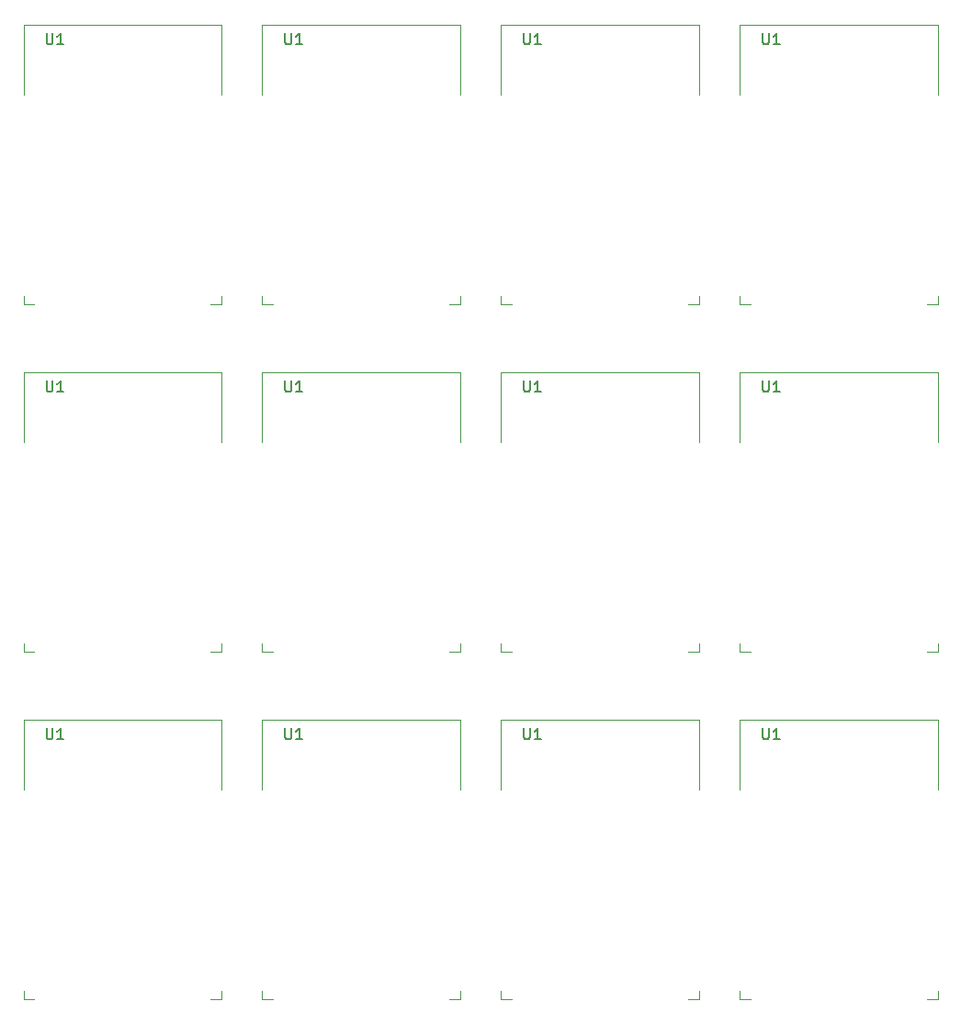
<source format=gto>
%MOIN*%
%OFA0B0*%
%FSLAX46Y46*%
%IPPOS*%
%LPD*%
%ADD10C,0.0047244094488188976*%
%ADD11C,0.005905511811023622*%
%ADD22C,0.0047244094488188976*%
%ADD23C,0.005905511811023622*%
%ADD24C,0.0047244094488188976*%
%ADD25C,0.005905511811023622*%
%ADD26C,0.0047244094488188976*%
%ADD27C,0.005905511811023622*%
%ADD28C,0.0047244094488188976*%
%ADD29C,0.005905511811023622*%
%ADD30C,0.0047244094488188976*%
%ADD31C,0.005905511811023622*%
%ADD32C,0.0047244094488188976*%
%ADD33C,0.005905511811023622*%
%ADD34C,0.0047244094488188976*%
%ADD35C,0.005905511811023622*%
%ADD36C,0.0047244094488188976*%
%ADD37C,0.005905511811023622*%
%ADD38C,0.0047244094488188976*%
%ADD39C,0.005905511811023622*%
%ADD40C,0.0047244094488188976*%
%ADD41C,0.005905511811023622*%
%ADD42C,0.0047244094488188976*%
%ADD43C,0.005905511811023622*%
G01*
D10*
X0000034645Y0000153543D02*
X0000034645Y0000122834D01*
X0000034645Y0000122834D02*
X0000074015Y0000122834D01*
X0000752755Y0000153543D02*
X0000752755Y0000122834D01*
X0000752755Y0000122834D02*
X0000713385Y0000122834D01*
X0000034645Y0001136417D02*
X0000752755Y0001136417D01*
X0000752755Y0001136417D02*
X0000752755Y0000883661D01*
X0000034645Y0001136417D02*
X0000034645Y0000883661D01*
D11*
X0000117641Y0001104236D02*
X0000117641Y0001072365D01*
X0000119516Y0001068616D01*
X0000121391Y0001066741D01*
X0000125140Y0001064866D01*
X0000132639Y0001064866D01*
X0000136389Y0001066741D01*
X0000138263Y0001068616D01*
X0000140138Y0001072365D01*
X0000140138Y0001104236D01*
X0000179508Y0001064866D02*
X0000157011Y0001064866D01*
X0000168260Y0001064866D02*
X0000168260Y0001104236D01*
X0000164510Y0001098612D01*
X0000160761Y0001094863D01*
X0000157011Y0001092988D01*
G04 next file*
G04 #@! TF.GenerationSoftware,KiCad,Pcbnew,(5.1.10)-1*
G04 #@! TF.CreationDate,2021-06-29T15:19:49+09:00*
G04 #@! TF.ProjectId,BLE_PPG_v1.1,424c455f-5050-4475-9f76-312e312e6b69,rev?*
G04 #@! TF.SameCoordinates,Original*
G04 #@! TF.FileFunction,Legend,Top*
G04 #@! TF.FilePolarity,Positive*
G04 Gerber Fmt 4.6, Leading zero omitted, Abs format (unit mm)*
G04 Created by KiCad (PCBNEW (5.1.10)-1) date 2021-06-29 15:19:49*
G01*
G04 APERTURE LIST*
G04 APERTURE END LIST*
D22*
X0001766929Y0001413385D02*
X0001766929Y0001382677D01*
X0001766929Y0001382677D02*
X0001806299Y0001382677D01*
X0002485039Y0001413385D02*
X0002485039Y0001382677D01*
X0002485039Y0001382677D02*
X0002445669Y0001382677D01*
X0001766929Y0002396259D02*
X0002485039Y0002396259D01*
X0002485039Y0002396259D02*
X0002485039Y0002143503D01*
X0001766929Y0002396259D02*
X0001766929Y0002143503D01*
D23*
X0001849925Y0002364079D02*
X0001849925Y0002332208D01*
X0001851799Y0002328458D01*
X0001853674Y0002326584D01*
X0001857424Y0002324709D01*
X0001864923Y0002324709D01*
X0001868672Y0002326584D01*
X0001870547Y0002328458D01*
X0001872422Y0002332208D01*
X0001872422Y0002364079D01*
X0001911792Y0002324709D02*
X0001889295Y0002324709D01*
X0001900543Y0002324709D02*
X0001900543Y0002364079D01*
X0001896794Y0002358455D01*
X0001893044Y0002354705D01*
X0001889295Y0002352830D01*
G04 next file*
G04 #@! TF.GenerationSoftware,KiCad,Pcbnew,(5.1.10)-1*
G04 #@! TF.CreationDate,2021-06-29T14:50:17+09:00*
G04 #@! TF.ProjectId,ble_spo2_dgmif,626c655f-7370-46f3-925f-64676d69662e,rev?*
G04 #@! TF.SameCoordinates,Original*
G04 #@! TF.FileFunction,Legend,Top*
G04 #@! TF.FilePolarity,Positive*
G04 Gerber Fmt 4.6, Leading zero omitted, Abs format (unit mm)*
G04 Created by KiCad (PCBNEW (5.1.10)-1) date 2021-06-29 14:50:17*
G01*
G04 APERTURE LIST*
G04 APERTURE END LIST*
D24*
X0000034645Y0001413385D02*
X0000034645Y0001382677D01*
X0000034645Y0001382677D02*
X0000074015Y0001382677D01*
X0000752755Y0001413385D02*
X0000752755Y0001382677D01*
X0000752755Y0001382677D02*
X0000713385Y0001382677D01*
X0000034645Y0002396259D02*
X0000752755Y0002396259D01*
X0000752755Y0002396259D02*
X0000752755Y0002143503D01*
X0000034645Y0002396259D02*
X0000034645Y0002143503D01*
D25*
X0000117641Y0002364079D02*
X0000117641Y0002332208D01*
X0000119516Y0002328458D01*
X0000121391Y0002326584D01*
X0000125140Y0002324709D01*
X0000132639Y0002324709D01*
X0000136389Y0002326584D01*
X0000138263Y0002328458D01*
X0000140138Y0002332208D01*
X0000140138Y0002364079D01*
X0000179508Y0002324709D02*
X0000157011Y0002324709D01*
X0000168260Y0002324709D02*
X0000168260Y0002364079D01*
X0000164510Y0002358455D01*
X0000160761Y0002354705D01*
X0000157011Y0002352830D01*
G04 next file*
G04 #@! TF.GenerationSoftware,KiCad,Pcbnew,(5.1.10)-1*
G04 #@! TF.CreationDate,2021-06-29T14:50:17+09:00*
G04 #@! TF.ProjectId,ble_spo2_dgmif,626c655f-7370-46f3-925f-64676d69662e,rev?*
G04 #@! TF.SameCoordinates,Original*
G04 #@! TF.FileFunction,Legend,Top*
G04 #@! TF.FilePolarity,Positive*
G04 Gerber Fmt 4.6, Leading zero omitted, Abs format (unit mm)*
G04 Created by KiCad (PCBNEW (5.1.10)-1) date 2021-06-29 14:50:17*
G01*
G04 APERTURE LIST*
G04 APERTURE END LIST*
D26*
X0000900787Y0000153543D02*
X0000900787Y0000122834D01*
X0000900787Y0000122834D02*
X0000940157Y0000122834D01*
X0001618897Y0000153543D02*
X0001618897Y0000122834D01*
X0001618897Y0000122834D02*
X0001579527Y0000122834D01*
X0000900787Y0001136417D02*
X0001618897Y0001136417D01*
X0001618897Y0001136417D02*
X0001618897Y0000883661D01*
X0000900787Y0001136417D02*
X0000900787Y0000883661D01*
D27*
X0000983783Y0001104236D02*
X0000983783Y0001072365D01*
X0000985658Y0001068616D01*
X0000987532Y0001066741D01*
X0000991282Y0001064866D01*
X0000998781Y0001064866D01*
X0001002530Y0001066741D01*
X0001004405Y0001068616D01*
X0001006280Y0001072365D01*
X0001006280Y0001104236D01*
X0001045650Y0001064866D02*
X0001023153Y0001064866D01*
X0001034401Y0001064866D02*
X0001034401Y0001104236D01*
X0001030652Y0001098612D01*
X0001026902Y0001094863D01*
X0001023153Y0001092988D01*
G04 next file*
G04 #@! TF.GenerationSoftware,KiCad,Pcbnew,(5.1.10)-1*
G04 #@! TF.CreationDate,2021-06-29T15:19:49+09:00*
G04 #@! TF.ProjectId,BLE_PPG_v1.1,424c455f-5050-4475-9f76-312e312e6b69,rev?*
G04 #@! TF.SameCoordinates,Original*
G04 #@! TF.FileFunction,Legend,Top*
G04 #@! TF.FilePolarity,Positive*
G04 Gerber Fmt 4.6, Leading zero omitted, Abs format (unit mm)*
G04 Created by KiCad (PCBNEW (5.1.10)-1) date 2021-06-29 15:19:49*
G01*
G04 APERTURE LIST*
G04 APERTURE END LIST*
D28*
X0001766929Y0000153543D02*
X0001766929Y0000122834D01*
X0001766929Y0000122834D02*
X0001806299Y0000122834D01*
X0002485039Y0000153543D02*
X0002485039Y0000122834D01*
X0002485039Y0000122834D02*
X0002445669Y0000122834D01*
X0001766929Y0001136417D02*
X0002485039Y0001136417D01*
X0002485039Y0001136417D02*
X0002485039Y0000883661D01*
X0001766929Y0001136417D02*
X0001766929Y0000883661D01*
D29*
X0001849925Y0001104236D02*
X0001849925Y0001072365D01*
X0001851799Y0001068616D01*
X0001853674Y0001066741D01*
X0001857424Y0001064866D01*
X0001864923Y0001064866D01*
X0001868672Y0001066741D01*
X0001870547Y0001068616D01*
X0001872422Y0001072365D01*
X0001872422Y0001104236D01*
X0001911792Y0001064866D02*
X0001889295Y0001064866D01*
X0001900543Y0001064866D02*
X0001900543Y0001104236D01*
X0001896794Y0001098612D01*
X0001893044Y0001094863D01*
X0001889295Y0001092988D01*
G04 next file*
G04 #@! TF.GenerationSoftware,KiCad,Pcbnew,(5.1.10)-1*
G04 #@! TF.CreationDate,2021-06-29T15:19:49+09:00*
G04 #@! TF.ProjectId,BLE_PPG_v1.1,424c455f-5050-4475-9f76-312e312e6b69,rev?*
G04 #@! TF.SameCoordinates,Original*
G04 #@! TF.FileFunction,Legend,Top*
G04 #@! TF.FilePolarity,Positive*
G04 Gerber Fmt 4.6, Leading zero omitted, Abs format (unit mm)*
G04 Created by KiCad (PCBNEW (5.1.10)-1) date 2021-06-29 15:19:49*
G01*
G04 APERTURE LIST*
G04 APERTURE END LIST*
D30*
X0002633070Y0000153543D02*
X0002633070Y0000122834D01*
X0002633070Y0000122834D02*
X0002672440Y0000122834D01*
X0003351181Y0000153543D02*
X0003351181Y0000122834D01*
X0003351181Y0000122834D02*
X0003311811Y0000122834D01*
X0002633070Y0001136417D02*
X0003351181Y0001136417D01*
X0003351181Y0001136417D02*
X0003351181Y0000883661D01*
X0002633070Y0001136417D02*
X0002633070Y0000883661D01*
D31*
X0002716066Y0001104236D02*
X0002716066Y0001072365D01*
X0002717941Y0001068616D01*
X0002719816Y0001066741D01*
X0002723565Y0001064866D01*
X0002731064Y0001064866D01*
X0002734814Y0001066741D01*
X0002736689Y0001068616D01*
X0002738563Y0001072365D01*
X0002738563Y0001104236D01*
X0002777933Y0001064866D02*
X0002755436Y0001064866D01*
X0002766685Y0001064866D02*
X0002766685Y0001104236D01*
X0002762935Y0001098612D01*
X0002759186Y0001094863D01*
X0002755436Y0001092988D01*
G04 next file*
G04 #@! TF.GenerationSoftware,KiCad,Pcbnew,(5.1.10)-1*
G04 #@! TF.CreationDate,2021-06-29T14:50:17+09:00*
G04 #@! TF.ProjectId,ble_spo2_dgmif,626c655f-7370-46f3-925f-64676d69662e,rev?*
G04 #@! TF.SameCoordinates,Original*
G04 #@! TF.FileFunction,Legend,Top*
G04 #@! TF.FilePolarity,Positive*
G04 Gerber Fmt 4.6, Leading zero omitted, Abs format (unit mm)*
G04 Created by KiCad (PCBNEW (5.1.10)-1) date 2021-06-29 14:50:17*
G01*
G04 APERTURE LIST*
G04 APERTURE END LIST*
D32*
X0000900787Y0001413385D02*
X0000900787Y0001382677D01*
X0000900787Y0001382677D02*
X0000940157Y0001382677D01*
X0001618897Y0001413385D02*
X0001618897Y0001382677D01*
X0001618897Y0001382677D02*
X0001579527Y0001382677D01*
X0000900787Y0002396259D02*
X0001618897Y0002396259D01*
X0001618897Y0002396259D02*
X0001618897Y0002143503D01*
X0000900787Y0002396259D02*
X0000900787Y0002143503D01*
D33*
X0000983783Y0002364079D02*
X0000983783Y0002332208D01*
X0000985658Y0002328458D01*
X0000987532Y0002326584D01*
X0000991282Y0002324709D01*
X0000998781Y0002324709D01*
X0001002530Y0002326584D01*
X0001004405Y0002328458D01*
X0001006280Y0002332208D01*
X0001006280Y0002364079D01*
X0001045650Y0002324709D02*
X0001023153Y0002324709D01*
X0001034401Y0002324709D02*
X0001034401Y0002364079D01*
X0001030652Y0002358455D01*
X0001026902Y0002354705D01*
X0001023153Y0002352830D01*
G04 next file*
G04 #@! TF.GenerationSoftware,KiCad,Pcbnew,(5.1.10)-1*
G04 #@! TF.CreationDate,2021-06-29T15:19:49+09:00*
G04 #@! TF.ProjectId,BLE_PPG_v1.1,424c455f-5050-4475-9f76-312e312e6b69,rev?*
G04 #@! TF.SameCoordinates,Original*
G04 #@! TF.FileFunction,Legend,Top*
G04 #@! TF.FilePolarity,Positive*
G04 Gerber Fmt 4.6, Leading zero omitted, Abs format (unit mm)*
G04 Created by KiCad (PCBNEW (5.1.10)-1) date 2021-06-29 15:19:49*
G01*
G04 APERTURE LIST*
G04 APERTURE END LIST*
D34*
X0002633070Y0001413385D02*
X0002633070Y0001382677D01*
X0002633070Y0001382677D02*
X0002672440Y0001382677D01*
X0003351181Y0001413385D02*
X0003351181Y0001382677D01*
X0003351181Y0001382677D02*
X0003311811Y0001382677D01*
X0002633070Y0002396259D02*
X0003351181Y0002396259D01*
X0003351181Y0002396259D02*
X0003351181Y0002143503D01*
X0002633070Y0002396259D02*
X0002633070Y0002143503D01*
D35*
X0002716066Y0002364079D02*
X0002716066Y0002332208D01*
X0002717941Y0002328458D01*
X0002719816Y0002326584D01*
X0002723565Y0002324709D01*
X0002731064Y0002324709D01*
X0002734814Y0002326584D01*
X0002736689Y0002328458D01*
X0002738563Y0002332208D01*
X0002738563Y0002364079D01*
X0002777933Y0002324709D02*
X0002755436Y0002324709D01*
X0002766685Y0002324709D02*
X0002766685Y0002364079D01*
X0002762935Y0002358455D01*
X0002759186Y0002354705D01*
X0002755436Y0002352830D01*
G04 next file*
G04 #@! TF.GenerationSoftware,KiCad,Pcbnew,(5.1.10)-1*
G04 #@! TF.CreationDate,2021-06-29T14:50:17+09:00*
G04 #@! TF.ProjectId,ble_spo2_dgmif,626c655f-7370-46f3-925f-64676d69662e,rev?*
G04 #@! TF.SameCoordinates,Original*
G04 #@! TF.FileFunction,Legend,Top*
G04 #@! TF.FilePolarity,Positive*
G04 Gerber Fmt 4.6, Leading zero omitted, Abs format (unit mm)*
G04 Created by KiCad (PCBNEW (5.1.10)-1) date 2021-06-29 14:50:17*
G01*
G04 APERTURE LIST*
G04 APERTURE END LIST*
D36*
X0000034645Y0002673228D02*
X0000034645Y0002642519D01*
X0000034645Y0002642519D02*
X0000074015Y0002642519D01*
X0000752755Y0002673228D02*
X0000752755Y0002642519D01*
X0000752755Y0002642519D02*
X0000713385Y0002642519D01*
X0000034645Y0003656102D02*
X0000752755Y0003656102D01*
X0000752755Y0003656102D02*
X0000752755Y0003403346D01*
X0000034645Y0003656102D02*
X0000034645Y0003403346D01*
D37*
X0000117641Y0003623922D02*
X0000117641Y0003592051D01*
X0000119516Y0003588301D01*
X0000121391Y0003586426D01*
X0000125140Y0003584551D01*
X0000132639Y0003584551D01*
X0000136389Y0003586426D01*
X0000138263Y0003588301D01*
X0000140138Y0003592051D01*
X0000140138Y0003623922D01*
X0000179508Y0003584551D02*
X0000157011Y0003584551D01*
X0000168260Y0003584551D02*
X0000168260Y0003623922D01*
X0000164510Y0003618297D01*
X0000160761Y0003614548D01*
X0000157011Y0003612673D01*
G04 next file*
G04 #@! TF.GenerationSoftware,KiCad,Pcbnew,(5.1.10)-1*
G04 #@! TF.CreationDate,2021-06-29T14:50:17+09:00*
G04 #@! TF.ProjectId,ble_spo2_dgmif,626c655f-7370-46f3-925f-64676d69662e,rev?*
G04 #@! TF.SameCoordinates,Original*
G04 #@! TF.FileFunction,Legend,Top*
G04 #@! TF.FilePolarity,Positive*
G04 Gerber Fmt 4.6, Leading zero omitted, Abs format (unit mm)*
G04 Created by KiCad (PCBNEW (5.1.10)-1) date 2021-06-29 14:50:17*
G01*
G04 APERTURE LIST*
G04 APERTURE END LIST*
D38*
X0000900787Y0002673228D02*
X0000900787Y0002642519D01*
X0000900787Y0002642519D02*
X0000940157Y0002642519D01*
X0001618897Y0002673228D02*
X0001618897Y0002642519D01*
X0001618897Y0002642519D02*
X0001579527Y0002642519D01*
X0000900787Y0003656102D02*
X0001618897Y0003656102D01*
X0001618897Y0003656102D02*
X0001618897Y0003403346D01*
X0000900787Y0003656102D02*
X0000900787Y0003403346D01*
D39*
X0000983783Y0003623922D02*
X0000983783Y0003592051D01*
X0000985658Y0003588301D01*
X0000987532Y0003586426D01*
X0000991282Y0003584551D01*
X0000998781Y0003584551D01*
X0001002530Y0003586426D01*
X0001004405Y0003588301D01*
X0001006280Y0003592051D01*
X0001006280Y0003623922D01*
X0001045650Y0003584551D02*
X0001023153Y0003584551D01*
X0001034401Y0003584551D02*
X0001034401Y0003623922D01*
X0001030652Y0003618297D01*
X0001026902Y0003614548D01*
X0001023153Y0003612673D01*
G04 next file*
G04 #@! TF.GenerationSoftware,KiCad,Pcbnew,(5.1.10)-1*
G04 #@! TF.CreationDate,2021-06-29T15:19:49+09:00*
G04 #@! TF.ProjectId,BLE_PPG_v1.1,424c455f-5050-4475-9f76-312e312e6b69,rev?*
G04 #@! TF.SameCoordinates,Original*
G04 #@! TF.FileFunction,Legend,Top*
G04 #@! TF.FilePolarity,Positive*
G04 Gerber Fmt 4.6, Leading zero omitted, Abs format (unit mm)*
G04 Created by KiCad (PCBNEW (5.1.10)-1) date 2021-06-29 15:19:49*
G01*
G04 APERTURE LIST*
G04 APERTURE END LIST*
D40*
X0001766929Y0002673228D02*
X0001766929Y0002642519D01*
X0001766929Y0002642519D02*
X0001806299Y0002642519D01*
X0002485039Y0002673228D02*
X0002485039Y0002642519D01*
X0002485039Y0002642519D02*
X0002445669Y0002642519D01*
X0001766929Y0003656102D02*
X0002485039Y0003656102D01*
X0002485039Y0003656102D02*
X0002485039Y0003403346D01*
X0001766929Y0003656102D02*
X0001766929Y0003403346D01*
D41*
X0001849925Y0003623922D02*
X0001849925Y0003592051D01*
X0001851799Y0003588301D01*
X0001853674Y0003586426D01*
X0001857424Y0003584551D01*
X0001864923Y0003584551D01*
X0001868672Y0003586426D01*
X0001870547Y0003588301D01*
X0001872422Y0003592051D01*
X0001872422Y0003623922D01*
X0001911792Y0003584551D02*
X0001889295Y0003584551D01*
X0001900543Y0003584551D02*
X0001900543Y0003623922D01*
X0001896794Y0003618297D01*
X0001893044Y0003614548D01*
X0001889295Y0003612673D01*
G04 next file*
G04 #@! TF.GenerationSoftware,KiCad,Pcbnew,(5.1.10)-1*
G04 #@! TF.CreationDate,2021-06-29T15:19:49+09:00*
G04 #@! TF.ProjectId,BLE_PPG_v1.1,424c455f-5050-4475-9f76-312e312e6b69,rev?*
G04 #@! TF.SameCoordinates,Original*
G04 #@! TF.FileFunction,Legend,Top*
G04 #@! TF.FilePolarity,Positive*
G04 Gerber Fmt 4.6, Leading zero omitted, Abs format (unit mm)*
G04 Created by KiCad (PCBNEW (5.1.10)-1) date 2021-06-29 15:19:49*
G01*
G04 APERTURE LIST*
G04 APERTURE END LIST*
D42*
X0002633070Y0002673228D02*
X0002633070Y0002642519D01*
X0002633070Y0002642519D02*
X0002672440Y0002642519D01*
X0003351181Y0002673228D02*
X0003351181Y0002642519D01*
X0003351181Y0002642519D02*
X0003311811Y0002642519D01*
X0002633070Y0003656102D02*
X0003351181Y0003656102D01*
X0003351181Y0003656102D02*
X0003351181Y0003403346D01*
X0002633070Y0003656102D02*
X0002633070Y0003403346D01*
D43*
X0002716066Y0003623922D02*
X0002716066Y0003592051D01*
X0002717941Y0003588301D01*
X0002719816Y0003586426D01*
X0002723565Y0003584551D01*
X0002731064Y0003584551D01*
X0002734814Y0003586426D01*
X0002736689Y0003588301D01*
X0002738563Y0003592051D01*
X0002738563Y0003623922D01*
X0002777933Y0003584551D02*
X0002755436Y0003584551D01*
X0002766685Y0003584551D02*
X0002766685Y0003623922D01*
X0002762935Y0003618297D01*
X0002759186Y0003614548D01*
X0002755436Y0003612673D01*
M02*
</source>
